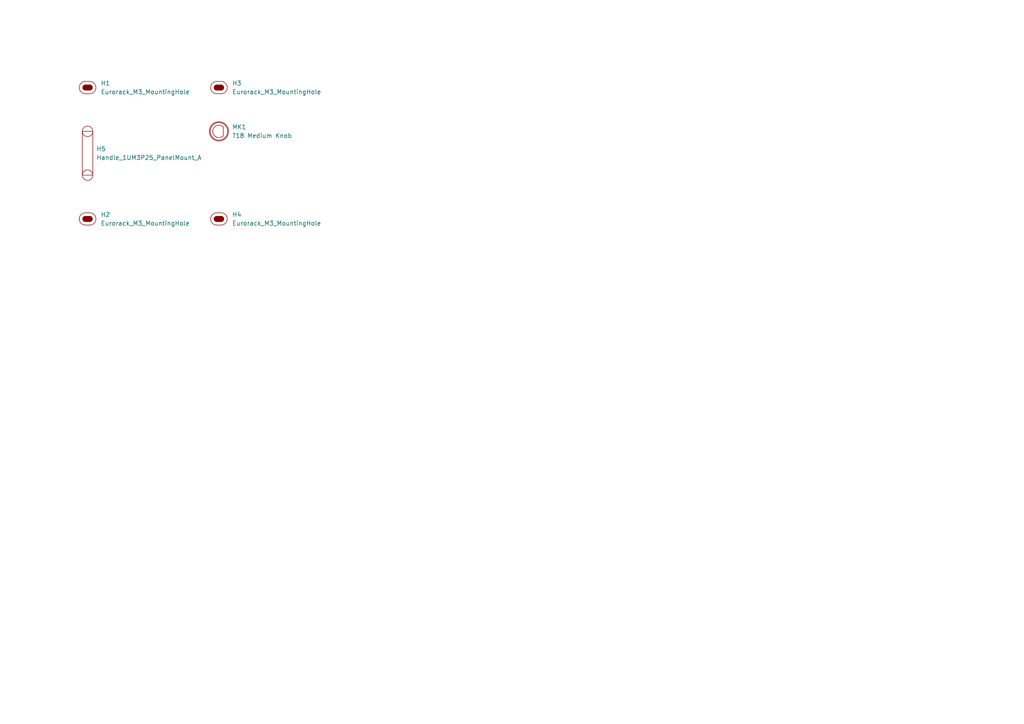
<source format=kicad_sch>
(kicad_sch (version 20250114) (generator "eeschema") (generator_version "9.0")
  (paper "A4")
  (lib_symbols
    (symbol "EXC:Eurorack_M3_MountingHole" (pin_names (offset 1.016))
      (property "Reference" "H" (at 0 5.08 0))
      (property "Value" "Eurorack_M3_MountingHole" (at 0 3.175 0))
      (symbol "Eurorack_M3_MountingHole_0_1"
        (polyline (pts (xy -0.635 0.762) (xy 0.635 0.762)))
        (circle (center -0.635 0) (radius 0.762) (fill (type outline)))
        (arc (start -0.635 -0.762) (mid -1.397 0) (end -0.635 0.762))
        (arc (start -0.635 -1.778) (mid -2.413 0) (end -0.635 1.778))
        (polyline (pts (xy -0.635 -0.762) (xy 0.635 -0.762)))
        (polyline (pts (xy -0.635 -1.778) (xy 0.635 -1.778)))
        (circle (center 0 0) (radius 0.762) (fill (type outline)))
        (polyline (pts (xy 0.635 1.778) (xy -0.635 1.778)))
        (arc (start 0.6141 1.778) (mid 2.4131 0) (end 0.6141 -1.778))
        (arc (start 0.6227 0.762) (mid 1.3971 0) (end 0.6227 -0.762))
        (circle (center 0.635 0) (radius 0.762) (fill (type outline)))
      )
    )
    (symbol "EXC:Handle_1UM3P25_A"
      (property "Reference" "H" (at 0 -6.35 0))
      (property "Value" "Handle_1UM3P25_PanelMount_A" (at 0.254 -17.018 0))
      (symbol "Handle_1UM3P25_A_0_1"
        (rectangle (start -1.524 0) (end 1.524 -12.7))
        (circle (center 0 0) (radius 1.524))
        (circle (center 0 -12.7) (radius 1.524))
      )
    )
    (symbol "EXC:Knob_Medium_T18"
      (property "Reference" "MK" (at 0 3.81 0))
      (property "Value" "T18 Medium Knob" (at 0.254 -4.064 0))
      (symbol "Knob_Medium_T18_0_1"
        (circle (center 0 0) (radius 2.54))
        (circle (center 0 0) (radius 2.794))
        (arc (start 1.27 -1.27) (mid -1.7961 0) (end 1.27 1.27))
        (polyline (pts (xy 1.27 1.27) (xy 1.27 -1.27)))
      )
    )
  )
  (symbol (lib_id "EXC:Eurorack_M3_MountingHole") (at 63.5 63.5 0) (unit 1)
    (property "Reference" "H4" (at 67.31 62.2299 0) (effects (justify left)))
    (property "Value" "Eurorack_M3_MountingHole" (at 67.31 64.7699 0) (effects (justify left)))
    (property "Footprint" "EXC:MountingHole_3.2mm_M3" (effects (hide yes)))
    (property "Description" "Mounting Hole without connection" (effects (hide yes)))
  )
  (symbol (lib_id "EXC:Knob_Medium_T18") (at 63.5 38.1 0) (unit 1)
    (property "Reference" "MK1" (at 67.31 36.8299 0) (effects (justify left)))
    (property "Value" "T18 Medium Knob" (at 67.31 39.3699 0) (effects (justify left)))
    (property "Footprint" "EXC:Knob_Medium_T18" (effects (hide yes)))
    (property "Datasheet" "https://cdn-shop.adafruit.com/datasheets/EPD-200732.pdf" (effects (hide yes)))
    (property "Description" "T18 Knob, with coloured line indicator" (effects (hide yes)))
    (property "Source" "https://www.adafruit.com/product/2046" (effects (hide yes)))
  )
  (symbol (lib_id "EXC:Eurorack_M3_MountingHole") (at 25.4 63.5 0) (unit 1)
    (property "Reference" "H2" (at 29.21 62.2299 0) (effects (justify left)))
    (property "Value" "Eurorack_M3_MountingHole" (at 29.21 64.7699 0) (effects (justify left)))
    (property "Footprint" "EXC:MountingHole_3.2mm_M3" (effects (hide yes)))
    (property "Description" "Mounting Hole without connection" (effects (hide yes)))
  )
  (symbol (lib_id "EXC:Handle_1UM3P25_A") (at 25.4 38.1 0) (unit 1)
    (property "Reference" "H5" (at 27.94 43.1799 0) (effects (justify left)))
    (property "Value" "Handle_1UM3P25_PanelMount_A" (at 27.94 45.7199 0) (effects (justify left)))
    (property "Footprint" "EXC:Handle_1UM3P25_A" (effects (hide yes)))
    (property "Datasheet" "https://ae01.alicdn.com/kf/Sbc0cceeaa8fe4338b0ef3212e33d9ba8U.png" (effects (hide yes)))
    (property "Description" "The part of the 25mm handle that has the holes for the mounting screws" (effects (hide yes)))
    (property "Source" "https://www.aliexpress.com/item/1005007242440186.html" (effects (hide yes)))
  )
  (symbol (lib_id "EXC:Eurorack_M3_MountingHole") (at 25.4 25.4 0) (unit 1)
    (property "Reference" "H1" (at 29.21 24.1299 0) (effects (justify left)))
    (property "Value" "Eurorack_M3_MountingHole" (at 29.21 26.6699 0) (effects (justify left)))
    (property "Footprint" "EXC:MountingHole_3.2mm_M3" (effects (hide yes)))
    (property "Description" "Mounting Hole without connection" (effects (hide yes)))
  )
  (symbol (lib_id "EXC:Eurorack_M3_MountingHole") (at 63.5 25.4 0) (unit 1)
    (property "Reference" "H3" (at 67.31 24.1299 0) (effects (justify left)))
    (property "Value" "Eurorack_M3_MountingHole" (at 67.31 26.6699 0) (effects (justify left)))
    (property "Footprint" "EXC:MountingHole_3.2mm_M3" (effects (hide yes)))
    (property "Description" "Mounting Hole without connection" (effects (hide yes)))
  )
)
</source>
